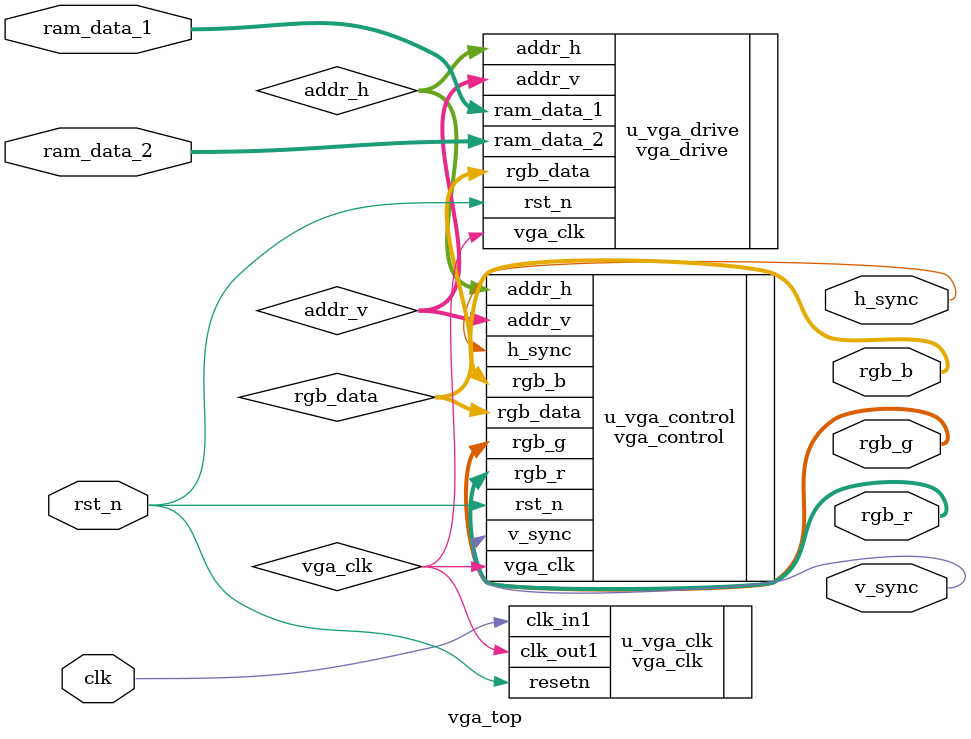
<source format=v>
`include "vga_define.v"


module vga_top (
    input	wire					clk                 ,
    input	wire					rst_n               ,
    input   wire    [31:0]          ram_data_1             ,   
    input   wire    [31:0]          ram_data_2             ,   
    
    output	wire					h_sync  ,       //行同步信号
    output	wire					v_sync  ,       //场同步信号
    output	wire	[ 3:0 ]			rgb_r   ,       //红色 
    output	wire	[ 3:0 ]			rgb_g   ,       //绿色
    output	wire	[ 3:0 ]			rgb_b           //蓝色
);

    wire		[ 11:0 ]		    addr_h              ;   //行有效地址：0-640
    wire		[ 11:0 ]		    addr_v              ;   //列有效地址：0-480
    wire		[ 15:0 ]			rgb_data			;   //当前方格的颜色数据，由vga_drive控制
    wire                            vga_clk             ;   //vga时钟：25MHz

    //使用ip核生成25MHz的时钟
    vga_clk u_vga_clk(
        .clk_in1                    ( clk           ),      //输入时钟：100MHz
        .resetn                     ( rst_n         ),

        .clk_out1                   ( vga_clk       )       //vga时钟：25MHz
    );

    //vga扫描控制模块
    vga_control  u_vga_control (
        .vga_clk                 ( vga_clk    ),
        .rst_n                   ( rst_n      ),
        .rgb_data                ( rgb_data   ),

        .h_sync                  ( h_sync     ),
        .v_sync                  ( v_sync     ),
        .addr_h                  ( addr_h     ),
        .addr_v                  ( addr_v     ),
        .rgb_r                   ( rgb_r      ),
        .rgb_g                   ( rgb_g      ),
        .rgb_b                   ( rgb_b      ) 
    );

    //vga颜色数据输入模块:根据行有效地址addr_h和列有效地址addr_v，决定当前输出的颜色数据
    vga_drive  u_vga_drive (
        .vga_clk                 ( vga_clk            ),
        .rst_n                   ( rst_n              ),
        .addr_h                  ( addr_h             ),
        .addr_v                  ( addr_v             ),
        .ram_data_1              ( ram_data_1         ),
        .ram_data_2              ( ram_data_2         ),

        .rgb_data                ( rgb_data           )
    );

endmodule



</source>
